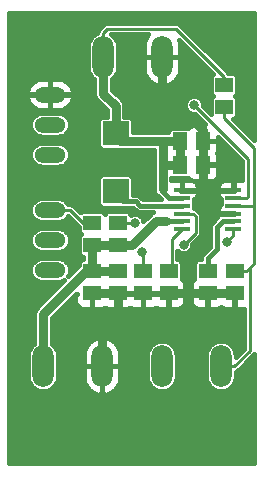
<source format=gtl>
G04 #@! TF.GenerationSoftware,KiCad,Pcbnew,5.1.5*
G04 #@! TF.CreationDate,2020-04-17T15:57:54+02:00*
G04 #@! TF.ProjectId,eco_charger_ltc3105,65636f5f-6368-4617-9267-65725f6c7463,rev?*
G04 #@! TF.SameCoordinates,Original*
G04 #@! TF.FileFunction,Copper,L1,Top*
G04 #@! TF.FilePolarity,Positive*
%FSLAX46Y46*%
G04 Gerber Fmt 4.6, Leading zero omitted, Abs format (unit mm)*
G04 Created by KiCad (PCBNEW 5.1.5) date 2020-04-17 15:57:54*
%MOMM*%
%LPD*%
G04 APERTURE LIST*
%ADD10R,2.200000X2.100000*%
%ADD11O,1.790700X3.581400*%
%ADD12O,2.641600X1.320800*%
%ADD13R,1.300000X1.500000*%
%ADD14R,1.500000X1.300000*%
%ADD15R,1.397000X0.431800*%
%ADD16C,3.104800*%
%ADD17C,0.800000*%
%ADD18C,0.400000*%
%ADD19C,0.800000*%
%ADD20C,0.250000*%
%ADD21C,0.406400*%
G04 APERTURE END LIST*
D10*
X147151100Y-96102000D03*
X147151100Y-101002000D03*
D11*
X146010000Y-115824000D03*
X141010000Y-115824000D03*
X146090000Y-89662000D03*
X151090000Y-89662000D03*
X156074100Y-115824000D03*
X151074100Y-115824000D03*
D12*
X141605000Y-92837000D03*
X141605000Y-97917000D03*
X141605000Y-95377000D03*
X141605000Y-105156000D03*
X141605000Y-107696000D03*
X141605000Y-102616000D03*
D13*
X152626740Y-96758441D03*
X154526740Y-96758441D03*
D14*
X147320000Y-105598000D03*
X147320000Y-103698000D03*
X151638000Y-109662000D03*
X151638000Y-107762000D03*
X149479000Y-107762000D03*
X149479000Y-109662000D03*
X145161000Y-103698000D03*
X145161000Y-105598000D03*
D15*
X152766700Y-104204200D03*
X152766700Y-103543800D03*
X152766700Y-102908800D03*
X152766700Y-102248400D03*
X152766700Y-101613400D03*
X152766700Y-100953000D03*
X157135500Y-100953000D03*
X157135500Y-101613400D03*
X157135500Y-102248400D03*
X157135500Y-102908800D03*
X157135500Y-103543800D03*
X157135500Y-104204200D03*
D13*
X152626100Y-98778600D03*
X154526100Y-98778600D03*
D14*
X154940000Y-107762000D03*
X154940000Y-109662000D03*
X147320000Y-107762000D03*
X147320000Y-109662000D03*
X145161000Y-107762000D03*
X145161000Y-109662000D03*
X157226000Y-107762000D03*
X157226000Y-109662000D03*
X156337000Y-93914000D03*
X156337000Y-92014000D03*
D16*
X139700000Y-122428000D03*
X139827000Y-87630000D03*
X157226000Y-87630000D03*
X157226000Y-122428000D03*
D17*
X149352008Y-106172000D03*
X152908000Y-105537000D03*
X148778000Y-103698000D03*
X156591000Y-105283000D03*
X153796996Y-93726000D03*
D18*
X154952000Y-100953000D02*
X154940000Y-100965000D01*
D19*
X154526740Y-98777960D02*
X154526100Y-98778600D01*
X154526740Y-96758441D02*
X154526740Y-98777960D01*
D18*
X154928000Y-100953000D02*
X154940000Y-100965000D01*
X152766700Y-100953000D02*
X154928000Y-100953000D01*
D19*
X147320000Y-111923300D02*
X147320000Y-109662000D01*
X146010000Y-115824000D02*
X146010000Y-113233300D01*
X146010000Y-113233300D02*
X147320000Y-111923300D01*
X147320000Y-109662000D02*
X145161000Y-109662000D01*
X151638000Y-109662000D02*
X153188000Y-109662000D01*
X153188000Y-109662000D02*
X154940000Y-109662000D01*
X154940000Y-109662000D02*
X157226000Y-109662000D01*
D18*
X154940000Y-100965000D02*
X157123500Y-100965000D01*
X157123500Y-100965000D02*
X157135500Y-100953000D01*
D19*
X153289000Y-109561000D02*
X153188000Y-109662000D01*
X154686000Y-105410000D02*
X153289000Y-106807000D01*
X154526100Y-101059100D02*
X154686000Y-101219000D01*
X154526100Y-98778600D02*
X154526100Y-101059100D01*
X154686000Y-101219000D02*
X154686000Y-105410000D01*
X153289000Y-106807000D02*
X153289000Y-109561000D01*
D20*
X157135500Y-102908800D02*
X155867800Y-102908800D01*
X154686000Y-101727000D02*
X154686000Y-101219000D01*
X155867800Y-102908800D02*
X154686000Y-101727000D01*
D19*
X151090000Y-92428554D02*
X154526740Y-95865294D01*
X151090000Y-89662000D02*
X151090000Y-92428554D01*
X154526740Y-95865294D02*
X154526740Y-96758441D01*
D20*
X146050000Y-90170000D02*
X146050000Y-91186000D01*
D19*
X146090000Y-89662000D02*
X146090000Y-92750000D01*
X147151100Y-93811100D02*
X147151100Y-96353600D01*
X146090000Y-92750000D02*
X147151100Y-93811100D01*
X147555941Y-96758441D02*
X147151100Y-96353600D01*
X152626740Y-98777960D02*
X152626100Y-98778600D01*
X152626740Y-96758441D02*
X152626740Y-98777960D01*
X151145559Y-96758441D02*
X147555941Y-96758441D01*
X152626740Y-96758441D02*
X151145559Y-96758441D01*
X151172840Y-98778600D02*
X152626100Y-98778600D01*
X151137720Y-98813720D02*
X151130000Y-100838000D01*
X151137720Y-98813720D02*
X151172840Y-98778600D01*
X151145559Y-96758441D02*
X151137720Y-98813720D01*
D18*
X151130000Y-101075200D02*
X151130000Y-100838000D01*
X151668200Y-101613400D02*
X151130000Y-101075200D01*
X152766700Y-101613400D02*
X151668200Y-101613400D01*
D20*
X156337000Y-91313000D02*
X156337000Y-92014000D01*
X152273000Y-87249000D02*
X156337000Y-91313000D01*
X146090000Y-89662000D02*
X146090000Y-87621300D01*
X146462300Y-87249000D02*
X152273000Y-87249000D01*
X146090000Y-87621300D02*
X146462300Y-87249000D01*
D18*
X156247178Y-103543800D02*
X157135500Y-103543800D01*
X155702000Y-104088978D02*
X156247178Y-103543800D01*
X155702000Y-105950000D02*
X155702000Y-104088978D01*
X154940000Y-107762000D02*
X154940000Y-106712000D01*
X154940000Y-106712000D02*
X155702000Y-105950000D01*
D19*
X144666678Y-107762000D02*
X145161000Y-107762000D01*
X141010000Y-111418678D02*
X144666678Y-107762000D01*
X141010000Y-115824000D02*
X141010000Y-111418678D01*
D18*
X152766700Y-103543800D02*
X151668200Y-103543800D01*
D19*
X150609444Y-103505000D02*
X151384000Y-103505000D01*
X147320000Y-105598000D02*
X148516444Y-105598000D01*
X148516444Y-105598000D02*
X150609444Y-103505000D01*
X145161000Y-107762000D02*
X147320000Y-107762000D01*
X145161000Y-107762000D02*
X145161000Y-105598000D01*
X145161000Y-105598000D02*
X147320000Y-105598000D01*
D18*
X147751500Y-101854000D02*
X147151100Y-101253600D01*
X148844000Y-101854000D02*
X147751500Y-101854000D01*
X152766700Y-102248400D02*
X149238400Y-102248400D01*
X149238400Y-102248400D02*
X148844000Y-101854000D01*
D20*
X149479000Y-107762000D02*
X149479000Y-106298992D01*
X149479000Y-106298992D02*
X149352008Y-106172000D01*
X143302800Y-102616000D02*
X141732000Y-102616000D01*
X145161000Y-103698000D02*
X144384800Y-103698000D01*
X144384800Y-103698000D02*
X143302800Y-102616000D01*
X158226000Y-107762000D02*
X158496000Y-107492000D01*
X157226000Y-107762000D02*
X158226000Y-107762000D01*
X158496000Y-114547450D02*
X158496000Y-107492000D01*
X157219450Y-115824000D02*
X158496000Y-114547450D01*
X156074100Y-115824000D02*
X157219450Y-115824000D01*
X158496000Y-107492000D02*
X158877000Y-107111000D01*
X158863600Y-102248400D02*
X158877000Y-102235000D01*
X158877000Y-107111000D02*
X158877000Y-102235000D01*
X157135500Y-102248400D02*
X158863600Y-102248400D01*
X158877000Y-102235000D02*
X158877000Y-97989000D01*
X156337000Y-94814000D02*
X158877000Y-97354000D01*
X158877000Y-97354000D02*
X158877000Y-97989000D01*
X156337000Y-93914000D02*
X156337000Y-94814000D01*
X153924000Y-103117600D02*
X153924000Y-104521000D01*
X152766700Y-102908800D02*
X153715200Y-102908800D01*
X153715200Y-102908800D02*
X153924000Y-103117600D01*
X153924000Y-104521000D02*
X152908000Y-105537000D01*
X151892000Y-107508000D02*
X151638000Y-107762000D01*
X152766700Y-104204200D02*
X151892000Y-105078900D01*
X151892000Y-105078900D02*
X151892000Y-107508000D01*
X148778000Y-103698000D02*
X147320000Y-103698000D01*
X157135500Y-104738500D02*
X156591000Y-105283000D01*
X157135500Y-104204200D02*
X157135500Y-104738500D01*
X158369000Y-98298004D02*
X154196995Y-94125999D01*
X154196995Y-94125999D02*
X153796996Y-93726000D01*
X158369000Y-101473000D02*
X158369000Y-98298004D01*
X158228600Y-101613400D02*
X158369000Y-101473000D01*
X157135500Y-101613400D02*
X158228600Y-101613400D01*
D21*
G36*
X158897900Y-96695229D02*
G01*
X157120674Y-94918003D01*
X157156710Y-94914454D01*
X157223740Y-94894121D01*
X157285516Y-94861101D01*
X157339663Y-94816663D01*
X157384101Y-94762516D01*
X157417121Y-94700740D01*
X157437454Y-94633710D01*
X157444320Y-94564000D01*
X157444320Y-93264000D01*
X157437454Y-93194290D01*
X157417121Y-93127260D01*
X157384101Y-93065484D01*
X157339663Y-93011337D01*
X157285516Y-92966899D01*
X157280092Y-92964000D01*
X157285516Y-92961101D01*
X157339663Y-92916663D01*
X157384101Y-92862516D01*
X157417121Y-92800740D01*
X157437454Y-92733710D01*
X157444320Y-92664000D01*
X157444320Y-91364000D01*
X157437454Y-91294290D01*
X157417121Y-91227260D01*
X157384101Y-91165484D01*
X157339663Y-91111337D01*
X157285516Y-91066899D01*
X157223740Y-91033879D01*
X157156710Y-91013546D01*
X157087000Y-91006680D01*
X156707335Y-91006680D01*
X156678480Y-90971520D01*
X156660140Y-90956469D01*
X152629535Y-86925865D01*
X152614480Y-86907520D01*
X152541299Y-86847463D01*
X152457807Y-86802835D01*
X152367214Y-86775354D01*
X152296607Y-86768400D01*
X152296604Y-86768400D01*
X152273000Y-86766075D01*
X152249396Y-86768400D01*
X146485904Y-86768400D01*
X146462300Y-86766075D01*
X146438696Y-86768400D01*
X146438693Y-86768400D01*
X146368086Y-86775354D01*
X146277493Y-86802835D01*
X146194001Y-86847463D01*
X146120820Y-86907520D01*
X146105769Y-86925860D01*
X145766860Y-87264770D01*
X145748521Y-87279820D01*
X145733472Y-87298158D01*
X145688463Y-87353002D01*
X145643836Y-87436492D01*
X145616355Y-87527087D01*
X145608630Y-87605512D01*
X145391648Y-87721491D01*
X145201166Y-87877815D01*
X145044842Y-88068297D01*
X144928683Y-88285616D01*
X144857152Y-88521421D01*
X144839050Y-88705203D01*
X144839050Y-90618796D01*
X144857151Y-90802578D01*
X144928682Y-91038383D01*
X145044841Y-91255702D01*
X145201165Y-91446185D01*
X145334401Y-91555528D01*
X145334401Y-92712881D01*
X145330745Y-92750000D01*
X145334401Y-92787120D01*
X145336852Y-92812000D01*
X145345334Y-92898123D01*
X145388539Y-93040554D01*
X145458703Y-93171820D01*
X145518213Y-93244333D01*
X145553126Y-93286875D01*
X145581956Y-93310535D01*
X146395500Y-94124080D01*
X146395500Y-94694680D01*
X146051100Y-94694680D01*
X145981390Y-94701546D01*
X145914360Y-94721879D01*
X145852584Y-94754899D01*
X145798437Y-94799337D01*
X145753999Y-94853484D01*
X145720979Y-94915260D01*
X145700646Y-94982290D01*
X145693780Y-95052000D01*
X145693780Y-97152000D01*
X145700646Y-97221710D01*
X145720979Y-97288740D01*
X145753999Y-97350516D01*
X145798437Y-97404663D01*
X145852584Y-97449101D01*
X145914360Y-97482121D01*
X145981390Y-97502454D01*
X146051100Y-97509320D01*
X147470888Y-97509320D01*
X147555941Y-97517697D01*
X147593061Y-97514041D01*
X150387072Y-97514041D01*
X150382262Y-98775173D01*
X150378465Y-98813720D01*
X150381979Y-98849401D01*
X150374264Y-100872238D01*
X150384774Y-100983282D01*
X150427437Y-101125877D01*
X150497098Y-101257409D01*
X150591082Y-101372823D01*
X150705776Y-101467684D01*
X150773023Y-101503959D01*
X150961864Y-101692800D01*
X149468537Y-101692800D01*
X149256170Y-101480434D01*
X149238769Y-101459231D01*
X149154168Y-101389800D01*
X149057648Y-101338209D01*
X148952917Y-101306439D01*
X148871293Y-101298400D01*
X148871283Y-101298400D01*
X148844000Y-101295713D01*
X148816717Y-101298400D01*
X148608420Y-101298400D01*
X148608420Y-99952000D01*
X148601554Y-99882290D01*
X148581221Y-99815260D01*
X148548201Y-99753484D01*
X148503763Y-99699337D01*
X148449616Y-99654899D01*
X148387840Y-99621879D01*
X148320810Y-99601546D01*
X148251100Y-99594680D01*
X146051100Y-99594680D01*
X145981390Y-99601546D01*
X145914360Y-99621879D01*
X145852584Y-99654899D01*
X145798437Y-99699337D01*
X145753999Y-99753484D01*
X145720979Y-99815260D01*
X145700646Y-99882290D01*
X145693780Y-99952000D01*
X145693780Y-102052000D01*
X145700646Y-102121710D01*
X145720979Y-102188740D01*
X145753999Y-102250516D01*
X145798437Y-102304663D01*
X145852584Y-102349101D01*
X145914360Y-102382121D01*
X145981390Y-102402454D01*
X146051100Y-102409320D01*
X147721364Y-102409320D01*
X147724207Y-102409600D01*
X147724217Y-102409600D01*
X147751500Y-102412287D01*
X147778783Y-102409600D01*
X148613864Y-102409600D01*
X148826234Y-102621971D01*
X148843631Y-102643169D01*
X148864829Y-102660566D01*
X148864830Y-102660567D01*
X148928231Y-102712600D01*
X148990242Y-102745745D01*
X149024752Y-102764191D01*
X149129483Y-102795961D01*
X149211107Y-102804000D01*
X149211117Y-102804000D01*
X149238400Y-102806687D01*
X149265683Y-102804000D01*
X150318027Y-102804000D01*
X150187624Y-102873702D01*
X150072569Y-102968125D01*
X150048908Y-102996956D01*
X149515132Y-103530733D01*
X149504563Y-103477600D01*
X149447604Y-103340089D01*
X149364913Y-103216333D01*
X149259667Y-103111087D01*
X149135911Y-103028396D01*
X148998400Y-102971437D01*
X148852420Y-102942400D01*
X148703580Y-102942400D01*
X148557600Y-102971437D01*
X148425181Y-103026287D01*
X148420454Y-102978290D01*
X148400121Y-102911260D01*
X148367101Y-102849484D01*
X148322663Y-102795337D01*
X148268516Y-102750899D01*
X148206740Y-102717879D01*
X148139710Y-102697546D01*
X148070000Y-102690680D01*
X146570000Y-102690680D01*
X146500290Y-102697546D01*
X146433260Y-102717879D01*
X146371484Y-102750899D01*
X146317337Y-102795337D01*
X146272899Y-102849484D01*
X146240500Y-102910098D01*
X146208101Y-102849484D01*
X146163663Y-102795337D01*
X146109516Y-102750899D01*
X146047740Y-102717879D01*
X145980710Y-102697546D01*
X145911000Y-102690680D01*
X144411000Y-102690680D01*
X144341290Y-102697546D01*
X144274260Y-102717879D01*
X144212484Y-102750899D01*
X144160243Y-102793773D01*
X143659335Y-102292865D01*
X143644280Y-102274520D01*
X143571099Y-102214463D01*
X143487607Y-102169835D01*
X143397014Y-102142354D01*
X143326407Y-102135400D01*
X143326404Y-102135400D01*
X143302800Y-102133075D01*
X143279196Y-102135400D01*
X143160543Y-102135400D01*
X143114260Y-102048810D01*
X142987296Y-101894104D01*
X142832590Y-101767140D01*
X142656087Y-101672798D01*
X142464571Y-101614702D01*
X142315302Y-101600000D01*
X140894698Y-101600000D01*
X140745429Y-101614702D01*
X140553913Y-101672798D01*
X140377410Y-101767140D01*
X140222704Y-101894104D01*
X140095740Y-102048810D01*
X140001398Y-102225313D01*
X139943302Y-102416829D01*
X139923685Y-102616000D01*
X139943302Y-102815171D01*
X140001398Y-103006687D01*
X140095740Y-103183190D01*
X140222704Y-103337896D01*
X140377410Y-103464860D01*
X140553913Y-103559202D01*
X140745429Y-103617298D01*
X140894698Y-103632000D01*
X142315302Y-103632000D01*
X142464571Y-103617298D01*
X142656087Y-103559202D01*
X142832590Y-103464860D01*
X142987296Y-103337896D01*
X143114260Y-103183190D01*
X143140754Y-103133624D01*
X144028269Y-104021140D01*
X144043320Y-104039480D01*
X144053680Y-104047982D01*
X144053680Y-104348000D01*
X144060546Y-104417710D01*
X144080879Y-104484740D01*
X144113899Y-104546516D01*
X144158337Y-104600663D01*
X144212484Y-104645101D01*
X144217908Y-104648000D01*
X144212484Y-104650899D01*
X144158337Y-104695337D01*
X144113899Y-104749484D01*
X144080879Y-104811260D01*
X144060546Y-104878290D01*
X144053680Y-104948000D01*
X144053680Y-106248000D01*
X144060546Y-106317710D01*
X144080879Y-106384740D01*
X144113899Y-106446516D01*
X144158337Y-106500663D01*
X144212484Y-106545101D01*
X144274260Y-106578121D01*
X144341290Y-106598454D01*
X144405401Y-106604768D01*
X144405400Y-106755232D01*
X144341290Y-106761546D01*
X144274260Y-106781879D01*
X144212484Y-106814899D01*
X144158337Y-106859337D01*
X144113899Y-106913484D01*
X144080879Y-106975260D01*
X144060546Y-107042290D01*
X144053680Y-107112000D01*
X144053680Y-107306419D01*
X143134183Y-108225916D01*
X143208602Y-108086687D01*
X143266698Y-107895171D01*
X143286315Y-107696000D01*
X143266698Y-107496829D01*
X143208602Y-107305313D01*
X143114260Y-107128810D01*
X142987296Y-106974104D01*
X142832590Y-106847140D01*
X142656087Y-106752798D01*
X142464571Y-106694702D01*
X142315302Y-106680000D01*
X140894698Y-106680000D01*
X140745429Y-106694702D01*
X140553913Y-106752798D01*
X140377410Y-106847140D01*
X140222704Y-106974104D01*
X140095740Y-107128810D01*
X140001398Y-107305313D01*
X139943302Y-107496829D01*
X139923685Y-107696000D01*
X139943302Y-107895171D01*
X140001398Y-108086687D01*
X140095740Y-108263190D01*
X140222704Y-108417896D01*
X140377410Y-108544860D01*
X140553913Y-108639202D01*
X140745429Y-108697298D01*
X140894698Y-108712000D01*
X142315302Y-108712000D01*
X142464571Y-108697298D01*
X142656087Y-108639202D01*
X142795316Y-108564783D01*
X140501957Y-110858142D01*
X140473126Y-110881803D01*
X140449465Y-110910634D01*
X140449463Y-110910636D01*
X140378703Y-110996858D01*
X140308539Y-111128124D01*
X140265334Y-111270555D01*
X140250745Y-111418678D01*
X140254401Y-111455797D01*
X140254400Y-113930472D01*
X140121165Y-114039815D01*
X139964841Y-114230298D01*
X139848682Y-114447617D01*
X139777151Y-114683422D01*
X139759050Y-114867204D01*
X139759050Y-116780797D01*
X139777152Y-116964579D01*
X139848683Y-117200384D01*
X139964842Y-117417703D01*
X140121166Y-117608185D01*
X140311648Y-117764509D01*
X140528967Y-117880668D01*
X140764772Y-117952199D01*
X141010000Y-117976352D01*
X141255229Y-117952199D01*
X141491034Y-117880668D01*
X141708353Y-117764509D01*
X141898835Y-117608185D01*
X142055159Y-117417703D01*
X142171318Y-117200384D01*
X142242849Y-116964579D01*
X142260950Y-116780797D01*
X142260950Y-115849000D01*
X144455050Y-115849000D01*
X144455050Y-116744350D01*
X144489805Y-117047225D01*
X144582980Y-117337500D01*
X144730995Y-117604020D01*
X144928161Y-117836543D01*
X145166902Y-118026133D01*
X145438043Y-118165504D01*
X145731164Y-118249300D01*
X145742091Y-118251047D01*
X145985000Y-118109175D01*
X145985000Y-115849000D01*
X146035000Y-115849000D01*
X146035000Y-118109175D01*
X146277909Y-118251047D01*
X146288836Y-118249300D01*
X146581957Y-118165504D01*
X146853098Y-118026133D01*
X147091839Y-117836543D01*
X147289005Y-117604020D01*
X147437020Y-117337500D01*
X147530195Y-117047225D01*
X147564950Y-116744350D01*
X147564950Y-115849000D01*
X146035000Y-115849000D01*
X145985000Y-115849000D01*
X144455050Y-115849000D01*
X142260950Y-115849000D01*
X142260950Y-114903650D01*
X144455050Y-114903650D01*
X144455050Y-115799000D01*
X145985000Y-115799000D01*
X145985000Y-113538825D01*
X146035000Y-113538825D01*
X146035000Y-115799000D01*
X147564950Y-115799000D01*
X147564950Y-114903650D01*
X147560768Y-114867204D01*
X149823150Y-114867204D01*
X149823150Y-116780797D01*
X149841252Y-116964579D01*
X149912783Y-117200384D01*
X150028942Y-117417703D01*
X150185266Y-117608185D01*
X150375748Y-117764509D01*
X150593067Y-117880668D01*
X150828872Y-117952199D01*
X151074100Y-117976352D01*
X151319329Y-117952199D01*
X151555134Y-117880668D01*
X151772453Y-117764509D01*
X151962935Y-117608185D01*
X152119259Y-117417703D01*
X152235418Y-117200384D01*
X152306949Y-116964579D01*
X152325050Y-116780797D01*
X152325050Y-114867203D01*
X152306949Y-114683421D01*
X152235418Y-114447616D01*
X152119259Y-114230297D01*
X151962935Y-114039815D01*
X151772452Y-113883491D01*
X151555133Y-113767332D01*
X151319328Y-113695801D01*
X151074100Y-113671648D01*
X150828871Y-113695801D01*
X150593066Y-113767332D01*
X150375747Y-113883491D01*
X150185265Y-114039815D01*
X150028941Y-114230298D01*
X149912782Y-114447617D01*
X149841251Y-114683422D01*
X149823150Y-114867204D01*
X147560768Y-114867204D01*
X147530195Y-114600775D01*
X147437020Y-114310500D01*
X147289005Y-114043980D01*
X147091839Y-113811457D01*
X146853098Y-113621867D01*
X146581957Y-113482496D01*
X146288836Y-113398700D01*
X146277909Y-113396953D01*
X146035000Y-113538825D01*
X145985000Y-113538825D01*
X145742091Y-113396953D01*
X145731164Y-113398700D01*
X145438043Y-113482496D01*
X145166902Y-113621867D01*
X144928161Y-113811457D01*
X144730995Y-114043980D01*
X144582980Y-114310500D01*
X144489805Y-114600775D01*
X144455050Y-114903650D01*
X142260950Y-114903650D01*
X142260950Y-114867203D01*
X142242849Y-114683421D01*
X142171318Y-114447616D01*
X142055159Y-114230297D01*
X141898835Y-114039815D01*
X141765600Y-113930473D01*
X141765600Y-111731657D01*
X143810256Y-109687002D01*
X143916298Y-109687002D01*
X143751400Y-109851900D01*
X143748208Y-110312000D01*
X143760943Y-110441304D01*
X143798660Y-110565640D01*
X143859909Y-110680228D01*
X143942335Y-110780665D01*
X144042772Y-110863091D01*
X144157360Y-110924340D01*
X144281696Y-110962057D01*
X144411000Y-110974792D01*
X144971100Y-110971600D01*
X145136000Y-110806700D01*
X145136000Y-109687000D01*
X145186000Y-109687000D01*
X145186000Y-110806700D01*
X145350900Y-110971600D01*
X145911000Y-110974792D01*
X146040304Y-110962057D01*
X146164640Y-110924340D01*
X146240500Y-110883792D01*
X146316360Y-110924340D01*
X146440696Y-110962057D01*
X146570000Y-110974792D01*
X147130100Y-110971600D01*
X147295000Y-110806700D01*
X147295000Y-109687000D01*
X147345000Y-109687000D01*
X147345000Y-110806700D01*
X147509900Y-110971600D01*
X148070000Y-110974792D01*
X148199304Y-110962057D01*
X148323640Y-110924340D01*
X148399500Y-110883792D01*
X148475360Y-110924340D01*
X148599696Y-110962057D01*
X148729000Y-110974792D01*
X149289100Y-110971600D01*
X149454000Y-110806700D01*
X149454000Y-109687000D01*
X149504000Y-109687000D01*
X149504000Y-110806700D01*
X149668900Y-110971600D01*
X150229000Y-110974792D01*
X150358304Y-110962057D01*
X150482640Y-110924340D01*
X150558500Y-110883792D01*
X150634360Y-110924340D01*
X150758696Y-110962057D01*
X150888000Y-110974792D01*
X151448100Y-110971600D01*
X151613000Y-110806700D01*
X151613000Y-109687000D01*
X151663000Y-109687000D01*
X151663000Y-110806700D01*
X151827900Y-110971600D01*
X152388000Y-110974792D01*
X152517304Y-110962057D01*
X152641640Y-110924340D01*
X152756228Y-110863091D01*
X152856665Y-110780665D01*
X152939091Y-110680228D01*
X153000340Y-110565640D01*
X153038057Y-110441304D01*
X153050792Y-110312000D01*
X153527208Y-110312000D01*
X153539943Y-110441304D01*
X153577660Y-110565640D01*
X153638909Y-110680228D01*
X153721335Y-110780665D01*
X153821772Y-110863091D01*
X153936360Y-110924340D01*
X154060696Y-110962057D01*
X154190000Y-110974792D01*
X154750100Y-110971600D01*
X154915000Y-110806700D01*
X154915000Y-109687000D01*
X154965000Y-109687000D01*
X154965000Y-110806700D01*
X155129900Y-110971600D01*
X155690000Y-110974792D01*
X155819304Y-110962057D01*
X155943640Y-110924340D01*
X156058228Y-110863091D01*
X156083000Y-110842761D01*
X156107772Y-110863091D01*
X156222360Y-110924340D01*
X156346696Y-110962057D01*
X156476000Y-110974792D01*
X157036100Y-110971600D01*
X157201000Y-110806700D01*
X157201000Y-109687000D01*
X154965000Y-109687000D01*
X154915000Y-109687000D01*
X153695300Y-109687000D01*
X153530400Y-109851900D01*
X153527208Y-110312000D01*
X153050792Y-110312000D01*
X153047600Y-109851900D01*
X152882700Y-109687000D01*
X151663000Y-109687000D01*
X151613000Y-109687000D01*
X149504000Y-109687000D01*
X149454000Y-109687000D01*
X147345000Y-109687000D01*
X147295000Y-109687000D01*
X145186000Y-109687000D01*
X145136000Y-109687000D01*
X145116000Y-109687000D01*
X145116000Y-109637000D01*
X145136000Y-109637000D01*
X145136000Y-109617000D01*
X145186000Y-109617000D01*
X145186000Y-109637000D01*
X147295000Y-109637000D01*
X147295000Y-109617000D01*
X147345000Y-109617000D01*
X147345000Y-109637000D01*
X149454000Y-109637000D01*
X149454000Y-109617000D01*
X149504000Y-109617000D01*
X149504000Y-109637000D01*
X151613000Y-109637000D01*
X151613000Y-109617000D01*
X151663000Y-109617000D01*
X151663000Y-109637000D01*
X152882700Y-109637000D01*
X153047600Y-109472100D01*
X153050792Y-109012000D01*
X153038057Y-108882696D01*
X153000340Y-108758360D01*
X152939091Y-108643772D01*
X152856665Y-108543335D01*
X152756228Y-108460909D01*
X152741289Y-108452924D01*
X152745320Y-108412000D01*
X152745320Y-107112000D01*
X152738454Y-107042290D01*
X152718121Y-106975260D01*
X152685101Y-106913484D01*
X152640663Y-106859337D01*
X152586516Y-106814899D01*
X152524740Y-106781879D01*
X152457710Y-106761546D01*
X152388000Y-106754680D01*
X152372600Y-106754680D01*
X152372600Y-106070180D01*
X152426333Y-106123913D01*
X152550089Y-106206604D01*
X152687600Y-106263563D01*
X152833580Y-106292600D01*
X152982420Y-106292600D01*
X153128400Y-106263563D01*
X153265911Y-106206604D01*
X153389667Y-106123913D01*
X153494913Y-106018667D01*
X153577604Y-105894911D01*
X153634563Y-105757400D01*
X153663600Y-105611420D01*
X153663600Y-105462580D01*
X153663350Y-105461321D01*
X154247140Y-104877531D01*
X154265480Y-104862480D01*
X154325537Y-104789299D01*
X154370165Y-104705807D01*
X154397646Y-104615214D01*
X154404600Y-104544607D01*
X154404600Y-104544604D01*
X154406925Y-104521000D01*
X154404600Y-104497396D01*
X154404600Y-103141204D01*
X154406925Y-103117600D01*
X154403535Y-103083180D01*
X154397646Y-103023386D01*
X154370165Y-102932793D01*
X154325537Y-102849301D01*
X154265480Y-102776120D01*
X154247135Y-102761065D01*
X154071735Y-102585665D01*
X154056680Y-102567320D01*
X153983499Y-102507263D01*
X153900007Y-102462635D01*
X153822520Y-102439130D01*
X153822520Y-102032500D01*
X153815654Y-101962790D01*
X153805980Y-101930900D01*
X153815654Y-101899010D01*
X153822520Y-101829300D01*
X153822520Y-101725821D01*
X153833428Y-101719991D01*
X153933865Y-101637565D01*
X154016291Y-101537128D01*
X154077540Y-101422540D01*
X154115257Y-101298204D01*
X154127992Y-101168900D01*
X154124800Y-101130600D01*
X153959900Y-100965700D01*
X152791700Y-100965700D01*
X152791700Y-100998000D01*
X152741700Y-100998000D01*
X152741700Y-100965700D01*
X152721700Y-100965700D01*
X152721700Y-100940300D01*
X152741700Y-100940300D01*
X152741700Y-100242400D01*
X152576800Y-100077500D01*
X152068200Y-100074308D01*
X151938896Y-100087043D01*
X151888410Y-100102358D01*
X151889282Y-99873864D01*
X151906390Y-99879054D01*
X151976100Y-99885920D01*
X153276100Y-99885920D01*
X153317024Y-99881889D01*
X153325009Y-99896828D01*
X153407435Y-99997265D01*
X153506238Y-100078350D01*
X153465200Y-100074308D01*
X152956600Y-100077500D01*
X152791700Y-100242400D01*
X152791700Y-100940300D01*
X153959900Y-100940300D01*
X154124800Y-100775400D01*
X154127992Y-100737100D01*
X155774208Y-100737100D01*
X155777400Y-100775400D01*
X155942300Y-100940300D01*
X157110500Y-100940300D01*
X157110500Y-100242400D01*
X156945600Y-100077500D01*
X156437000Y-100074308D01*
X156307696Y-100087043D01*
X156183360Y-100124760D01*
X156068772Y-100186009D01*
X155968335Y-100268435D01*
X155885909Y-100368872D01*
X155824660Y-100483460D01*
X155786943Y-100607796D01*
X155774208Y-100737100D01*
X154127992Y-100737100D01*
X154115257Y-100607796D01*
X154077540Y-100483460D01*
X154016291Y-100368872D01*
X153933865Y-100268435D01*
X153835062Y-100187350D01*
X153876100Y-100191392D01*
X154336200Y-100188200D01*
X154501100Y-100023300D01*
X154501100Y-98803600D01*
X154551100Y-98803600D01*
X154551100Y-100023300D01*
X154716000Y-100188200D01*
X155176100Y-100191392D01*
X155305404Y-100178657D01*
X155429740Y-100140940D01*
X155544328Y-100079691D01*
X155644765Y-99997265D01*
X155727191Y-99896828D01*
X155788440Y-99782240D01*
X155826157Y-99657904D01*
X155838892Y-99528600D01*
X155835700Y-98968500D01*
X155670800Y-98803600D01*
X154551100Y-98803600D01*
X154501100Y-98803600D01*
X154481100Y-98803600D01*
X154481100Y-98753600D01*
X154501100Y-98753600D01*
X154501100Y-98003781D01*
X154501740Y-98003141D01*
X154501740Y-97533900D01*
X154551100Y-97533900D01*
X154551100Y-98753600D01*
X155670800Y-98753600D01*
X155835700Y-98588700D01*
X155838892Y-98028600D01*
X155826157Y-97899296D01*
X155788440Y-97774960D01*
X155785318Y-97769119D01*
X155789080Y-97762081D01*
X155826797Y-97637745D01*
X155839532Y-97508441D01*
X155836340Y-96948341D01*
X155671440Y-96783441D01*
X154551740Y-96783441D01*
X154551740Y-97533260D01*
X154551100Y-97533900D01*
X154501740Y-97533900D01*
X154501740Y-96783441D01*
X154481740Y-96783441D01*
X154481740Y-96733441D01*
X154501740Y-96733441D01*
X154501740Y-95513741D01*
X154336840Y-95348841D01*
X153876740Y-95345649D01*
X153747436Y-95358384D01*
X153623100Y-95396101D01*
X153508512Y-95457350D01*
X153408075Y-95539776D01*
X153325649Y-95640213D01*
X153317664Y-95655152D01*
X153276740Y-95651121D01*
X151976740Y-95651121D01*
X151907030Y-95657987D01*
X151840000Y-95678320D01*
X151778224Y-95711340D01*
X151724077Y-95755778D01*
X151679639Y-95809925D01*
X151646619Y-95871701D01*
X151626286Y-95938731D01*
X151619972Y-96002841D01*
X151184117Y-96002841D01*
X151148454Y-95999191D01*
X151109889Y-96002841D01*
X148608420Y-96002841D01*
X148608420Y-95052000D01*
X148601554Y-94982290D01*
X148581221Y-94915260D01*
X148548201Y-94853484D01*
X148503763Y-94799337D01*
X148449616Y-94754899D01*
X148387840Y-94721879D01*
X148320810Y-94701546D01*
X148251100Y-94694680D01*
X147906700Y-94694680D01*
X147906700Y-93848209D01*
X147910355Y-93811099D01*
X147906700Y-93773990D01*
X147906700Y-93773980D01*
X147895767Y-93662977D01*
X147852561Y-93520545D01*
X147782398Y-93389280D01*
X147687975Y-93274225D01*
X147659145Y-93250565D01*
X146845600Y-92437021D01*
X146845600Y-91555527D01*
X146978835Y-91446185D01*
X147135159Y-91255703D01*
X147251318Y-91038384D01*
X147322849Y-90802579D01*
X147340950Y-90618797D01*
X147340950Y-89687000D01*
X149535050Y-89687000D01*
X149535050Y-90582350D01*
X149569805Y-90885225D01*
X149662980Y-91175500D01*
X149810995Y-91442020D01*
X150008161Y-91674543D01*
X150246902Y-91864133D01*
X150518043Y-92003504D01*
X150811164Y-92087300D01*
X150822091Y-92089047D01*
X151065000Y-91947175D01*
X151065000Y-89687000D01*
X151115000Y-89687000D01*
X151115000Y-91947175D01*
X151357909Y-92089047D01*
X151368836Y-92087300D01*
X151661957Y-92003504D01*
X151933098Y-91864133D01*
X152171839Y-91674543D01*
X152369005Y-91442020D01*
X152517020Y-91175500D01*
X152610195Y-90885225D01*
X152644950Y-90582350D01*
X152644950Y-89687000D01*
X151115000Y-89687000D01*
X151065000Y-89687000D01*
X149535050Y-89687000D01*
X147340950Y-89687000D01*
X147340950Y-88705203D01*
X147322849Y-88521421D01*
X147251318Y-88285616D01*
X147135159Y-88068297D01*
X146978835Y-87877815D01*
X146798234Y-87729600D01*
X149940204Y-87729600D01*
X149810995Y-87881980D01*
X149662980Y-88148500D01*
X149569805Y-88438775D01*
X149535050Y-88741650D01*
X149535050Y-89637000D01*
X151065000Y-89637000D01*
X151065000Y-89617000D01*
X151115000Y-89617000D01*
X151115000Y-89637000D01*
X152644950Y-89637000D01*
X152644950Y-88741650D01*
X152610195Y-88438775D01*
X152528455Y-88184126D01*
X155403306Y-91058977D01*
X155388484Y-91066899D01*
X155334337Y-91111337D01*
X155289899Y-91165484D01*
X155256879Y-91227260D01*
X155236546Y-91294290D01*
X155229680Y-91364000D01*
X155229680Y-92664000D01*
X155236546Y-92733710D01*
X155256879Y-92800740D01*
X155289899Y-92862516D01*
X155334337Y-92916663D01*
X155388484Y-92961101D01*
X155393908Y-92964000D01*
X155388484Y-92966899D01*
X155334337Y-93011337D01*
X155289899Y-93065484D01*
X155256879Y-93127260D01*
X155236546Y-93194290D01*
X155229680Y-93264000D01*
X155229680Y-94479014D01*
X154553528Y-93802862D01*
X154553523Y-93802856D01*
X154552346Y-93801679D01*
X154552596Y-93800420D01*
X154552596Y-93651580D01*
X154523559Y-93505600D01*
X154466600Y-93368089D01*
X154383909Y-93244333D01*
X154278663Y-93139087D01*
X154154907Y-93056396D01*
X154017396Y-92999437D01*
X153871416Y-92970400D01*
X153722576Y-92970400D01*
X153576596Y-92999437D01*
X153439085Y-93056396D01*
X153315329Y-93139087D01*
X153210083Y-93244333D01*
X153127392Y-93368089D01*
X153070433Y-93505600D01*
X153041396Y-93651580D01*
X153041396Y-93800420D01*
X153070433Y-93946400D01*
X153127392Y-94083911D01*
X153210083Y-94207667D01*
X153315329Y-94312913D01*
X153439085Y-94395604D01*
X153576596Y-94452563D01*
X153722576Y-94481600D01*
X153871416Y-94481600D01*
X153872675Y-94481350D01*
X153873852Y-94482527D01*
X153873858Y-94482532D01*
X154740005Y-95348679D01*
X154716640Y-95348841D01*
X154551740Y-95513741D01*
X154551740Y-96733441D01*
X155671440Y-96733441D01*
X155836340Y-96568541D01*
X155837040Y-96445714D01*
X157888401Y-98497076D01*
X157888400Y-100079666D01*
X157834000Y-100074308D01*
X157325400Y-100077500D01*
X157160500Y-100242400D01*
X157160500Y-100940300D01*
X157180500Y-100940300D01*
X157180500Y-100965700D01*
X157160500Y-100965700D01*
X157160500Y-100998000D01*
X157110500Y-100998000D01*
X157110500Y-100965700D01*
X155942300Y-100965700D01*
X155777400Y-101130600D01*
X155774208Y-101168900D01*
X155786943Y-101298204D01*
X155824660Y-101422540D01*
X155885909Y-101537128D01*
X155968335Y-101637565D01*
X156068772Y-101719991D01*
X156079680Y-101725821D01*
X156079680Y-101829300D01*
X156086546Y-101899010D01*
X156096220Y-101930900D01*
X156086546Y-101962790D01*
X156079680Y-102032500D01*
X156079680Y-102135979D01*
X156068772Y-102141809D01*
X155968335Y-102224235D01*
X155885909Y-102324672D01*
X155824660Y-102439260D01*
X155786943Y-102563596D01*
X155774208Y-102692900D01*
X155777400Y-102731200D01*
X155942300Y-102896100D01*
X157110500Y-102896100D01*
X157110500Y-102863800D01*
X157160500Y-102863800D01*
X157160500Y-102896100D01*
X157180500Y-102896100D01*
X157180500Y-102921500D01*
X157160500Y-102921500D01*
X157160500Y-102953800D01*
X157110500Y-102953800D01*
X157110500Y-102921500D01*
X155942300Y-102921500D01*
X155777400Y-103086400D01*
X155774208Y-103124700D01*
X155783742Y-103221499D01*
X155328429Y-103676813D01*
X155307232Y-103694209D01*
X155289835Y-103715407D01*
X155289833Y-103715409D01*
X155237800Y-103778810D01*
X155186209Y-103875331D01*
X155154440Y-103980061D01*
X155143713Y-104088978D01*
X155146401Y-104116270D01*
X155146400Y-105719863D01*
X154566429Y-106299835D01*
X154545232Y-106317231D01*
X154527835Y-106338429D01*
X154527833Y-106338431D01*
X154475800Y-106401832D01*
X154424209Y-106498353D01*
X154392440Y-106603083D01*
X154381713Y-106712000D01*
X154384401Y-106739292D01*
X154384401Y-106754680D01*
X154190000Y-106754680D01*
X154120290Y-106761546D01*
X154053260Y-106781879D01*
X153991484Y-106814899D01*
X153937337Y-106859337D01*
X153892899Y-106913484D01*
X153859879Y-106975260D01*
X153839546Y-107042290D01*
X153832680Y-107112000D01*
X153832680Y-108412000D01*
X153836711Y-108452924D01*
X153821772Y-108460909D01*
X153721335Y-108543335D01*
X153638909Y-108643772D01*
X153577660Y-108758360D01*
X153539943Y-108882696D01*
X153527208Y-109012000D01*
X153530400Y-109472100D01*
X153695300Y-109637000D01*
X154915000Y-109637000D01*
X154915000Y-109617000D01*
X154965000Y-109617000D01*
X154965000Y-109637000D01*
X157201000Y-109637000D01*
X157201000Y-109617000D01*
X157251000Y-109617000D01*
X157251000Y-109637000D01*
X157271000Y-109637000D01*
X157271000Y-109687000D01*
X157251000Y-109687000D01*
X157251000Y-110806700D01*
X157415900Y-110971600D01*
X157976000Y-110974792D01*
X158015401Y-110970911D01*
X158015400Y-114348379D01*
X157325050Y-115038730D01*
X157325050Y-114867203D01*
X157306949Y-114683421D01*
X157235418Y-114447616D01*
X157119259Y-114230297D01*
X156962935Y-114039815D01*
X156772452Y-113883491D01*
X156555133Y-113767332D01*
X156319328Y-113695801D01*
X156074100Y-113671648D01*
X155828871Y-113695801D01*
X155593066Y-113767332D01*
X155375747Y-113883491D01*
X155185265Y-114039815D01*
X155028941Y-114230298D01*
X154912782Y-114447617D01*
X154841251Y-114683422D01*
X154823150Y-114867204D01*
X154823150Y-116780797D01*
X154841252Y-116964579D01*
X154912783Y-117200384D01*
X155028942Y-117417703D01*
X155185266Y-117608185D01*
X155375748Y-117764509D01*
X155593067Y-117880668D01*
X155828872Y-117952199D01*
X156074100Y-117976352D01*
X156319329Y-117952199D01*
X156555134Y-117880668D01*
X156772453Y-117764509D01*
X156962935Y-117608185D01*
X157119259Y-117417703D01*
X157235418Y-117200384D01*
X157306949Y-116964579D01*
X157325050Y-116780797D01*
X157325050Y-116294192D01*
X157404257Y-116270165D01*
X157487749Y-116225537D01*
X157560930Y-116165480D01*
X157575985Y-116147135D01*
X158819140Y-114903981D01*
X158837480Y-114888930D01*
X158873119Y-114845503D01*
X158897537Y-114815750D01*
X158897900Y-114815071D01*
X158897900Y-124050400D01*
X138104300Y-124050400D01*
X138104300Y-105156000D01*
X139923685Y-105156000D01*
X139943302Y-105355171D01*
X140001398Y-105546687D01*
X140095740Y-105723190D01*
X140222704Y-105877896D01*
X140377410Y-106004860D01*
X140553913Y-106099202D01*
X140745429Y-106157298D01*
X140894698Y-106172000D01*
X142315302Y-106172000D01*
X142464571Y-106157298D01*
X142656087Y-106099202D01*
X142832590Y-106004860D01*
X142987296Y-105877896D01*
X143114260Y-105723190D01*
X143208602Y-105546687D01*
X143266698Y-105355171D01*
X143286315Y-105156000D01*
X143266698Y-104956829D01*
X143208602Y-104765313D01*
X143114260Y-104588810D01*
X142987296Y-104434104D01*
X142832590Y-104307140D01*
X142656087Y-104212798D01*
X142464571Y-104154702D01*
X142315302Y-104140000D01*
X140894698Y-104140000D01*
X140745429Y-104154702D01*
X140553913Y-104212798D01*
X140377410Y-104307140D01*
X140222704Y-104434104D01*
X140095740Y-104588810D01*
X140001398Y-104765313D01*
X139943302Y-104956829D01*
X139923685Y-105156000D01*
X138104300Y-105156000D01*
X138104300Y-97917000D01*
X139923685Y-97917000D01*
X139943302Y-98116171D01*
X140001398Y-98307687D01*
X140095740Y-98484190D01*
X140222704Y-98638896D01*
X140377410Y-98765860D01*
X140553913Y-98860202D01*
X140745429Y-98918298D01*
X140894698Y-98933000D01*
X142315302Y-98933000D01*
X142464571Y-98918298D01*
X142656087Y-98860202D01*
X142832590Y-98765860D01*
X142987296Y-98638896D01*
X143114260Y-98484190D01*
X143208602Y-98307687D01*
X143266698Y-98116171D01*
X143286315Y-97917000D01*
X143266698Y-97717829D01*
X143208602Y-97526313D01*
X143114260Y-97349810D01*
X142987296Y-97195104D01*
X142832590Y-97068140D01*
X142656087Y-96973798D01*
X142464571Y-96915702D01*
X142315302Y-96901000D01*
X140894698Y-96901000D01*
X140745429Y-96915702D01*
X140553913Y-96973798D01*
X140377410Y-97068140D01*
X140222704Y-97195104D01*
X140095740Y-97349810D01*
X140001398Y-97526313D01*
X139943302Y-97717829D01*
X139923685Y-97917000D01*
X138104300Y-97917000D01*
X138104300Y-95377000D01*
X139923685Y-95377000D01*
X139943302Y-95576171D01*
X140001398Y-95767687D01*
X140095740Y-95944190D01*
X140222704Y-96098896D01*
X140377410Y-96225860D01*
X140553913Y-96320202D01*
X140745429Y-96378298D01*
X140894698Y-96393000D01*
X142315302Y-96393000D01*
X142464571Y-96378298D01*
X142656087Y-96320202D01*
X142832590Y-96225860D01*
X142987296Y-96098896D01*
X143114260Y-95944190D01*
X143208602Y-95767687D01*
X143266698Y-95576171D01*
X143286315Y-95377000D01*
X143266698Y-95177829D01*
X143208602Y-94986313D01*
X143114260Y-94809810D01*
X142987296Y-94655104D01*
X142832590Y-94528140D01*
X142656087Y-94433798D01*
X142464571Y-94375702D01*
X142315302Y-94361000D01*
X140894698Y-94361000D01*
X140745429Y-94375702D01*
X140553913Y-94433798D01*
X140377410Y-94528140D01*
X140222704Y-94655104D01*
X140095740Y-94809810D01*
X140001398Y-94986313D01*
X139943302Y-95177829D01*
X139923685Y-95377000D01*
X138104300Y-95377000D01*
X138104300Y-93068149D01*
X139644996Y-93068149D01*
X139645086Y-93070000D01*
X139715512Y-93319046D01*
X139833171Y-93549567D01*
X139993542Y-93752704D01*
X140190461Y-93920651D01*
X140416361Y-94046954D01*
X140662561Y-94126759D01*
X140919600Y-94157000D01*
X141580000Y-94157000D01*
X141580000Y-92862000D01*
X141630000Y-92862000D01*
X141630000Y-94157000D01*
X142290400Y-94157000D01*
X142547439Y-94126759D01*
X142793639Y-94046954D01*
X143019539Y-93920651D01*
X143216458Y-93752704D01*
X143376829Y-93549567D01*
X143494488Y-93319046D01*
X143564914Y-93070000D01*
X143565004Y-93068149D01*
X143420229Y-92862000D01*
X141630000Y-92862000D01*
X141580000Y-92862000D01*
X139789771Y-92862000D01*
X139644996Y-93068149D01*
X138104300Y-93068149D01*
X138104300Y-92605851D01*
X139644996Y-92605851D01*
X139789771Y-92812000D01*
X141580000Y-92812000D01*
X141580000Y-91517000D01*
X141630000Y-91517000D01*
X141630000Y-92812000D01*
X143420229Y-92812000D01*
X143565004Y-92605851D01*
X143564914Y-92604000D01*
X143494488Y-92354954D01*
X143376829Y-92124433D01*
X143216458Y-91921296D01*
X143019539Y-91753349D01*
X142793639Y-91627046D01*
X142547439Y-91547241D01*
X142290400Y-91517000D01*
X141630000Y-91517000D01*
X141580000Y-91517000D01*
X140919600Y-91517000D01*
X140662561Y-91547241D01*
X140416361Y-91627046D01*
X140190461Y-91753349D01*
X139993542Y-91921296D01*
X139833171Y-92124433D01*
X139715512Y-92354954D01*
X139645086Y-92604000D01*
X139644996Y-92605851D01*
X138104300Y-92605851D01*
X138104300Y-85956800D01*
X158897900Y-85956800D01*
X158897900Y-96695229D01*
G37*
X158897900Y-96695229D02*
X157120674Y-94918003D01*
X157156710Y-94914454D01*
X157223740Y-94894121D01*
X157285516Y-94861101D01*
X157339663Y-94816663D01*
X157384101Y-94762516D01*
X157417121Y-94700740D01*
X157437454Y-94633710D01*
X157444320Y-94564000D01*
X157444320Y-93264000D01*
X157437454Y-93194290D01*
X157417121Y-93127260D01*
X157384101Y-93065484D01*
X157339663Y-93011337D01*
X157285516Y-92966899D01*
X157280092Y-92964000D01*
X157285516Y-92961101D01*
X157339663Y-92916663D01*
X157384101Y-92862516D01*
X157417121Y-92800740D01*
X157437454Y-92733710D01*
X157444320Y-92664000D01*
X157444320Y-91364000D01*
X157437454Y-91294290D01*
X157417121Y-91227260D01*
X157384101Y-91165484D01*
X157339663Y-91111337D01*
X157285516Y-91066899D01*
X157223740Y-91033879D01*
X157156710Y-91013546D01*
X157087000Y-91006680D01*
X156707335Y-91006680D01*
X156678480Y-90971520D01*
X156660140Y-90956469D01*
X152629535Y-86925865D01*
X152614480Y-86907520D01*
X152541299Y-86847463D01*
X152457807Y-86802835D01*
X152367214Y-86775354D01*
X152296607Y-86768400D01*
X152296604Y-86768400D01*
X152273000Y-86766075D01*
X152249396Y-86768400D01*
X146485904Y-86768400D01*
X146462300Y-86766075D01*
X146438696Y-86768400D01*
X146438693Y-86768400D01*
X146368086Y-86775354D01*
X146277493Y-86802835D01*
X146194001Y-86847463D01*
X146120820Y-86907520D01*
X146105769Y-86925860D01*
X145766860Y-87264770D01*
X145748521Y-87279820D01*
X145733472Y-87298158D01*
X145688463Y-87353002D01*
X145643836Y-87436492D01*
X145616355Y-87527087D01*
X145608630Y-87605512D01*
X145391648Y-87721491D01*
X145201166Y-87877815D01*
X145044842Y-88068297D01*
X144928683Y-88285616D01*
X144857152Y-88521421D01*
X144839050Y-88705203D01*
X144839050Y-90618796D01*
X144857151Y-90802578D01*
X144928682Y-91038383D01*
X145044841Y-91255702D01*
X145201165Y-91446185D01*
X145334401Y-91555528D01*
X145334401Y-92712881D01*
X145330745Y-92750000D01*
X145334401Y-92787120D01*
X145336852Y-92812000D01*
X145345334Y-92898123D01*
X145388539Y-93040554D01*
X145458703Y-93171820D01*
X145518213Y-93244333D01*
X145553126Y-93286875D01*
X145581956Y-93310535D01*
X146395500Y-94124080D01*
X146395500Y-94694680D01*
X146051100Y-94694680D01*
X145981390Y-94701546D01*
X145914360Y-94721879D01*
X145852584Y-94754899D01*
X145798437Y-94799337D01*
X145753999Y-94853484D01*
X145720979Y-94915260D01*
X145700646Y-94982290D01*
X145693780Y-95052000D01*
X145693780Y-97152000D01*
X145700646Y-97221710D01*
X145720979Y-97288740D01*
X145753999Y-97350516D01*
X145798437Y-97404663D01*
X145852584Y-97449101D01*
X145914360Y-97482121D01*
X145981390Y-97502454D01*
X146051100Y-97509320D01*
X147470888Y-97509320D01*
X147555941Y-97517697D01*
X147593061Y-97514041D01*
X150387072Y-97514041D01*
X150382262Y-98775173D01*
X150378465Y-98813720D01*
X150381979Y-98849401D01*
X150374264Y-100872238D01*
X150384774Y-100983282D01*
X150427437Y-101125877D01*
X150497098Y-101257409D01*
X150591082Y-101372823D01*
X150705776Y-101467684D01*
X150773023Y-101503959D01*
X150961864Y-101692800D01*
X149468537Y-101692800D01*
X149256170Y-101480434D01*
X149238769Y-101459231D01*
X149154168Y-101389800D01*
X149057648Y-101338209D01*
X148952917Y-101306439D01*
X148871293Y-101298400D01*
X148871283Y-101298400D01*
X148844000Y-101295713D01*
X148816717Y-101298400D01*
X148608420Y-101298400D01*
X148608420Y-99952000D01*
X148601554Y-99882290D01*
X148581221Y-99815260D01*
X148548201Y-99753484D01*
X148503763Y-99699337D01*
X148449616Y-99654899D01*
X148387840Y-99621879D01*
X148320810Y-99601546D01*
X148251100Y-99594680D01*
X146051100Y-99594680D01*
X145981390Y-99601546D01*
X145914360Y-99621879D01*
X145852584Y-99654899D01*
X145798437Y-99699337D01*
X145753999Y-99753484D01*
X145720979Y-99815260D01*
X145700646Y-99882290D01*
X145693780Y-99952000D01*
X145693780Y-102052000D01*
X145700646Y-102121710D01*
X145720979Y-102188740D01*
X145753999Y-102250516D01*
X145798437Y-102304663D01*
X145852584Y-102349101D01*
X145914360Y-102382121D01*
X145981390Y-102402454D01*
X146051100Y-102409320D01*
X147721364Y-102409320D01*
X147724207Y-102409600D01*
X147724217Y-102409600D01*
X147751500Y-102412287D01*
X147778783Y-102409600D01*
X148613864Y-102409600D01*
X148826234Y-102621971D01*
X148843631Y-102643169D01*
X148864829Y-102660566D01*
X148864830Y-102660567D01*
X148928231Y-102712600D01*
X148990242Y-102745745D01*
X149024752Y-102764191D01*
X149129483Y-102795961D01*
X149211107Y-102804000D01*
X149211117Y-102804000D01*
X149238400Y-102806687D01*
X149265683Y-102804000D01*
X150318027Y-102804000D01*
X150187624Y-102873702D01*
X150072569Y-102968125D01*
X150048908Y-102996956D01*
X149515132Y-103530733D01*
X149504563Y-103477600D01*
X149447604Y-103340089D01*
X149364913Y-103216333D01*
X149259667Y-103111087D01*
X149135911Y-103028396D01*
X148998400Y-102971437D01*
X148852420Y-102942400D01*
X148703580Y-102942400D01*
X148557600Y-102971437D01*
X148425181Y-103026287D01*
X148420454Y-102978290D01*
X148400121Y-102911260D01*
X148367101Y-102849484D01*
X148322663Y-102795337D01*
X148268516Y-102750899D01*
X148206740Y-102717879D01*
X148139710Y-102697546D01*
X148070000Y-102690680D01*
X146570000Y-102690680D01*
X146500290Y-102697546D01*
X146433260Y-102717879D01*
X146371484Y-102750899D01*
X146317337Y-102795337D01*
X146272899Y-102849484D01*
X146240500Y-102910098D01*
X146208101Y-102849484D01*
X146163663Y-102795337D01*
X146109516Y-102750899D01*
X146047740Y-102717879D01*
X145980710Y-102697546D01*
X145911000Y-102690680D01*
X144411000Y-102690680D01*
X144341290Y-102697546D01*
X144274260Y-102717879D01*
X144212484Y-102750899D01*
X144160243Y-102793773D01*
X143659335Y-102292865D01*
X143644280Y-102274520D01*
X143571099Y-102214463D01*
X143487607Y-102169835D01*
X143397014Y-102142354D01*
X143326407Y-102135400D01*
X143326404Y-102135400D01*
X143302800Y-102133075D01*
X143279196Y-102135400D01*
X143160543Y-102135400D01*
X143114260Y-102048810D01*
X142987296Y-101894104D01*
X142832590Y-101767140D01*
X142656087Y-101672798D01*
X142464571Y-101614702D01*
X142315302Y-101600000D01*
X140894698Y-101600000D01*
X140745429Y-101614702D01*
X140553913Y-101672798D01*
X140377410Y-101767140D01*
X140222704Y-101894104D01*
X140095740Y-102048810D01*
X140001398Y-102225313D01*
X139943302Y-102416829D01*
X139923685Y-102616000D01*
X139943302Y-102815171D01*
X140001398Y-103006687D01*
X140095740Y-103183190D01*
X140222704Y-103337896D01*
X140377410Y-103464860D01*
X140553913Y-103559202D01*
X140745429Y-103617298D01*
X140894698Y-103632000D01*
X142315302Y-103632000D01*
X142464571Y-103617298D01*
X142656087Y-103559202D01*
X142832590Y-103464860D01*
X142987296Y-103337896D01*
X143114260Y-103183190D01*
X143140754Y-103133624D01*
X144028269Y-104021140D01*
X144043320Y-104039480D01*
X144053680Y-104047982D01*
X144053680Y-104348000D01*
X144060546Y-104417710D01*
X144080879Y-104484740D01*
X144113899Y-104546516D01*
X144158337Y-104600663D01*
X144212484Y-104645101D01*
X144217908Y-104648000D01*
X144212484Y-104650899D01*
X144158337Y-104695337D01*
X144113899Y-104749484D01*
X144080879Y-104811260D01*
X144060546Y-104878290D01*
X144053680Y-104948000D01*
X144053680Y-106248000D01*
X144060546Y-106317710D01*
X144080879Y-106384740D01*
X144113899Y-106446516D01*
X144158337Y-106500663D01*
X144212484Y-106545101D01*
X144274260Y-106578121D01*
X144341290Y-106598454D01*
X144405401Y-106604768D01*
X144405400Y-106755232D01*
X144341290Y-106761546D01*
X144274260Y-106781879D01*
X144212484Y-106814899D01*
X144158337Y-106859337D01*
X144113899Y-106913484D01*
X144080879Y-106975260D01*
X144060546Y-107042290D01*
X144053680Y-107112000D01*
X144053680Y-107306419D01*
X143134183Y-108225916D01*
X143208602Y-108086687D01*
X143266698Y-107895171D01*
X143286315Y-107696000D01*
X143266698Y-107496829D01*
X143208602Y-107305313D01*
X143114260Y-107128810D01*
X142987296Y-106974104D01*
X142832590Y-106847140D01*
X142656087Y-106752798D01*
X142464571Y-106694702D01*
X142315302Y-106680000D01*
X140894698Y-106680000D01*
X140745429Y-106694702D01*
X140553913Y-106752798D01*
X140377410Y-106847140D01*
X140222704Y-106974104D01*
X140095740Y-107128810D01*
X140001398Y-107305313D01*
X139943302Y-107496829D01*
X139923685Y-107696000D01*
X139943302Y-107895171D01*
X140001398Y-108086687D01*
X140095740Y-108263190D01*
X140222704Y-108417896D01*
X140377410Y-108544860D01*
X140553913Y-108639202D01*
X140745429Y-108697298D01*
X140894698Y-108712000D01*
X142315302Y-108712000D01*
X142464571Y-108697298D01*
X142656087Y-108639202D01*
X142795316Y-108564783D01*
X140501957Y-110858142D01*
X140473126Y-110881803D01*
X140449465Y-110910634D01*
X140449463Y-110910636D01*
X140378703Y-110996858D01*
X140308539Y-111128124D01*
X140265334Y-111270555D01*
X140250745Y-111418678D01*
X140254401Y-111455797D01*
X140254400Y-113930472D01*
X140121165Y-114039815D01*
X139964841Y-114230298D01*
X139848682Y-114447617D01*
X139777151Y-114683422D01*
X139759050Y-114867204D01*
X139759050Y-116780797D01*
X139777152Y-116964579D01*
X139848683Y-117200384D01*
X139964842Y-117417703D01*
X140121166Y-117608185D01*
X140311648Y-117764509D01*
X140528967Y-117880668D01*
X140764772Y-117952199D01*
X141010000Y-117976352D01*
X141255229Y-117952199D01*
X141491034Y-117880668D01*
X141708353Y-117764509D01*
X141898835Y-117608185D01*
X142055159Y-117417703D01*
X142171318Y-117200384D01*
X142242849Y-116964579D01*
X142260950Y-116780797D01*
X142260950Y-115849000D01*
X144455050Y-115849000D01*
X144455050Y-116744350D01*
X144489805Y-117047225D01*
X144582980Y-117337500D01*
X144730995Y-117604020D01*
X144928161Y-117836543D01*
X145166902Y-118026133D01*
X145438043Y-118165504D01*
X145731164Y-118249300D01*
X145742091Y-118251047D01*
X145985000Y-118109175D01*
X145985000Y-115849000D01*
X146035000Y-115849000D01*
X146035000Y-118109175D01*
X146277909Y-118251047D01*
X146288836Y-118249300D01*
X146581957Y-118165504D01*
X146853098Y-118026133D01*
X147091839Y-117836543D01*
X147289005Y-117604020D01*
X147437020Y-117337500D01*
X147530195Y-117047225D01*
X147564950Y-116744350D01*
X147564950Y-115849000D01*
X146035000Y-115849000D01*
X145985000Y-115849000D01*
X144455050Y-115849000D01*
X142260950Y-115849000D01*
X142260950Y-114903650D01*
X144455050Y-114903650D01*
X144455050Y-115799000D01*
X145985000Y-115799000D01*
X145985000Y-113538825D01*
X146035000Y-113538825D01*
X146035000Y-115799000D01*
X147564950Y-115799000D01*
X147564950Y-114903650D01*
X147560768Y-114867204D01*
X149823150Y-114867204D01*
X149823150Y-116780797D01*
X149841252Y-116964579D01*
X149912783Y-117200384D01*
X150028942Y-117417703D01*
X150185266Y-117608185D01*
X150375748Y-117764509D01*
X150593067Y-117880668D01*
X150828872Y-117952199D01*
X151074100Y-117976352D01*
X151319329Y-117952199D01*
X151555134Y-117880668D01*
X151772453Y-117764509D01*
X151962935Y-117608185D01*
X152119259Y-117417703D01*
X152235418Y-117200384D01*
X152306949Y-116964579D01*
X152325050Y-116780797D01*
X152325050Y-114867203D01*
X152306949Y-114683421D01*
X152235418Y-114447616D01*
X152119259Y-114230297D01*
X151962935Y-114039815D01*
X151772452Y-113883491D01*
X151555133Y-113767332D01*
X151319328Y-113695801D01*
X151074100Y-113671648D01*
X150828871Y-113695801D01*
X150593066Y-113767332D01*
X150375747Y-113883491D01*
X150185265Y-114039815D01*
X150028941Y-114230298D01*
X149912782Y-114447617D01*
X149841251Y-114683422D01*
X149823150Y-114867204D01*
X147560768Y-114867204D01*
X147530195Y-114600775D01*
X147437020Y-114310500D01*
X147289005Y-114043980D01*
X147091839Y-113811457D01*
X146853098Y-113621867D01*
X146581957Y-113482496D01*
X146288836Y-113398700D01*
X146277909Y-113396953D01*
X146035000Y-113538825D01*
X145985000Y-113538825D01*
X145742091Y-113396953D01*
X145731164Y-113398700D01*
X145438043Y-113482496D01*
X145166902Y-113621867D01*
X144928161Y-113811457D01*
X144730995Y-114043980D01*
X144582980Y-114310500D01*
X144489805Y-114600775D01*
X144455050Y-114903650D01*
X142260950Y-114903650D01*
X142260950Y-114867203D01*
X142242849Y-114683421D01*
X142171318Y-114447616D01*
X142055159Y-114230297D01*
X141898835Y-114039815D01*
X141765600Y-113930473D01*
X141765600Y-111731657D01*
X143810256Y-109687002D01*
X143916298Y-109687002D01*
X143751400Y-109851900D01*
X143748208Y-110312000D01*
X143760943Y-110441304D01*
X143798660Y-110565640D01*
X143859909Y-110680228D01*
X143942335Y-110780665D01*
X144042772Y-110863091D01*
X144157360Y-110924340D01*
X144281696Y-110962057D01*
X144411000Y-110974792D01*
X144971100Y-110971600D01*
X145136000Y-110806700D01*
X145136000Y-109687000D01*
X145186000Y-109687000D01*
X145186000Y-110806700D01*
X145350900Y-110971600D01*
X145911000Y-110974792D01*
X146040304Y-110962057D01*
X146164640Y-110924340D01*
X146240500Y-110883792D01*
X146316360Y-110924340D01*
X146440696Y-110962057D01*
X146570000Y-110974792D01*
X147130100Y-110971600D01*
X147295000Y-110806700D01*
X147295000Y-109687000D01*
X147345000Y-109687000D01*
X147345000Y-110806700D01*
X147509900Y-110971600D01*
X148070000Y-110974792D01*
X148199304Y-110962057D01*
X148323640Y-110924340D01*
X148399500Y-110883792D01*
X148475360Y-110924340D01*
X148599696Y-110962057D01*
X148729000Y-110974792D01*
X149289100Y-110971600D01*
X149454000Y-110806700D01*
X149454000Y-109687000D01*
X149504000Y-109687000D01*
X149504000Y-110806700D01*
X149668900Y-110971600D01*
X150229000Y-110974792D01*
X150358304Y-110962057D01*
X150482640Y-110924340D01*
X150558500Y-110883792D01*
X150634360Y-110924340D01*
X150758696Y-110962057D01*
X150888000Y-110974792D01*
X151448100Y-110971600D01*
X151613000Y-110806700D01*
X151613000Y-109687000D01*
X151663000Y-109687000D01*
X151663000Y-110806700D01*
X151827900Y-110971600D01*
X152388000Y-110974792D01*
X152517304Y-110962057D01*
X152641640Y-110924340D01*
X152756228Y-110863091D01*
X152856665Y-110780665D01*
X152939091Y-110680228D01*
X153000340Y-110565640D01*
X153038057Y-110441304D01*
X153050792Y-110312000D01*
X153527208Y-110312000D01*
X153539943Y-110441304D01*
X153577660Y-110565640D01*
X153638909Y-110680228D01*
X153721335Y-110780665D01*
X153821772Y-110863091D01*
X153936360Y-110924340D01*
X154060696Y-110962057D01*
X154190000Y-110974792D01*
X154750100Y-110971600D01*
X154915000Y-110806700D01*
X154915000Y-109687000D01*
X154965000Y-109687000D01*
X154965000Y-110806700D01*
X155129900Y-110971600D01*
X155690000Y-110974792D01*
X155819304Y-110962057D01*
X155943640Y-110924340D01*
X156058228Y-110863091D01*
X156083000Y-110842761D01*
X156107772Y-110863091D01*
X156222360Y-110924340D01*
X156346696Y-110962057D01*
X156476000Y-110974792D01*
X157036100Y-110971600D01*
X157201000Y-110806700D01*
X157201000Y-109687000D01*
X154965000Y-109687000D01*
X154915000Y-109687000D01*
X153695300Y-109687000D01*
X153530400Y-109851900D01*
X153527208Y-110312000D01*
X153050792Y-110312000D01*
X153047600Y-109851900D01*
X152882700Y-109687000D01*
X151663000Y-109687000D01*
X151613000Y-109687000D01*
X149504000Y-109687000D01*
X149454000Y-109687000D01*
X147345000Y-109687000D01*
X147295000Y-109687000D01*
X145186000Y-109687000D01*
X145136000Y-109687000D01*
X145116000Y-109687000D01*
X145116000Y-109637000D01*
X145136000Y-109637000D01*
X145136000Y-109617000D01*
X145186000Y-109617000D01*
X145186000Y-109637000D01*
X147295000Y-109637000D01*
X147295000Y-109617000D01*
X147345000Y-109617000D01*
X147345000Y-109637000D01*
X149454000Y-109637000D01*
X149454000Y-109617000D01*
X149504000Y-109617000D01*
X149504000Y-109637000D01*
X151613000Y-109637000D01*
X151613000Y-109617000D01*
X151663000Y-109617000D01*
X151663000Y-109637000D01*
X152882700Y-109637000D01*
X153047600Y-109472100D01*
X153050792Y-109012000D01*
X153038057Y-108882696D01*
X153000340Y-108758360D01*
X152939091Y-108643772D01*
X152856665Y-108543335D01*
X152756228Y-108460909D01*
X152741289Y-108452924D01*
X152745320Y-108412000D01*
X152745320Y-107112000D01*
X152738454Y-107042290D01*
X152718121Y-106975260D01*
X152685101Y-106913484D01*
X152640663Y-106859337D01*
X152586516Y-106814899D01*
X152524740Y-106781879D01*
X152457710Y-106761546D01*
X152388000Y-106754680D01*
X152372600Y-106754680D01*
X152372600Y-106070180D01*
X152426333Y-106123913D01*
X152550089Y-106206604D01*
X152687600Y-106263563D01*
X152833580Y-106292600D01*
X152982420Y-106292600D01*
X153128400Y-106263563D01*
X153265911Y-106206604D01*
X153389667Y-106123913D01*
X153494913Y-106018667D01*
X153577604Y-105894911D01*
X153634563Y-105757400D01*
X153663600Y-105611420D01*
X153663600Y-105462580D01*
X153663350Y-105461321D01*
X154247140Y-104877531D01*
X154265480Y-104862480D01*
X154325537Y-104789299D01*
X154370165Y-104705807D01*
X154397646Y-104615214D01*
X154404600Y-104544607D01*
X154404600Y-104544604D01*
X154406925Y-104521000D01*
X154404600Y-104497396D01*
X154404600Y-103141204D01*
X154406925Y-103117600D01*
X154403535Y-103083180D01*
X154397646Y-103023386D01*
X154370165Y-102932793D01*
X154325537Y-102849301D01*
X154265480Y-102776120D01*
X154247135Y-102761065D01*
X154071735Y-102585665D01*
X154056680Y-102567320D01*
X153983499Y-102507263D01*
X153900007Y-102462635D01*
X153822520Y-102439130D01*
X153822520Y-102032500D01*
X153815654Y-101962790D01*
X153805980Y-101930900D01*
X153815654Y-101899010D01*
X153822520Y-101829300D01*
X153822520Y-101725821D01*
X153833428Y-101719991D01*
X153933865Y-101637565D01*
X154016291Y-101537128D01*
X154077540Y-101422540D01*
X154115257Y-101298204D01*
X154127992Y-101168900D01*
X154124800Y-101130600D01*
X153959900Y-100965700D01*
X152791700Y-100965700D01*
X152791700Y-100998000D01*
X152741700Y-100998000D01*
X152741700Y-100965700D01*
X152721700Y-100965700D01*
X152721700Y-100940300D01*
X152741700Y-100940300D01*
X152741700Y-100242400D01*
X152576800Y-100077500D01*
X152068200Y-100074308D01*
X151938896Y-100087043D01*
X151888410Y-100102358D01*
X151889282Y-99873864D01*
X151906390Y-99879054D01*
X151976100Y-99885920D01*
X153276100Y-99885920D01*
X153317024Y-99881889D01*
X153325009Y-99896828D01*
X153407435Y-99997265D01*
X153506238Y-100078350D01*
X153465200Y-100074308D01*
X152956600Y-100077500D01*
X152791700Y-100242400D01*
X152791700Y-100940300D01*
X153959900Y-100940300D01*
X154124800Y-100775400D01*
X154127992Y-100737100D01*
X155774208Y-100737100D01*
X155777400Y-100775400D01*
X155942300Y-100940300D01*
X157110500Y-100940300D01*
X157110500Y-100242400D01*
X156945600Y-100077500D01*
X156437000Y-100074308D01*
X156307696Y-100087043D01*
X156183360Y-100124760D01*
X156068772Y-100186009D01*
X155968335Y-100268435D01*
X155885909Y-100368872D01*
X155824660Y-100483460D01*
X155786943Y-100607796D01*
X155774208Y-100737100D01*
X154127992Y-100737100D01*
X154115257Y-100607796D01*
X154077540Y-100483460D01*
X154016291Y-100368872D01*
X153933865Y-100268435D01*
X153835062Y-100187350D01*
X153876100Y-100191392D01*
X154336200Y-100188200D01*
X154501100Y-100023300D01*
X154501100Y-98803600D01*
X154551100Y-98803600D01*
X154551100Y-100023300D01*
X154716000Y-100188200D01*
X155176100Y-100191392D01*
X155305404Y-100178657D01*
X155429740Y-100140940D01*
X155544328Y-100079691D01*
X155644765Y-99997265D01*
X155727191Y-99896828D01*
X155788440Y-99782240D01*
X155826157Y-99657904D01*
X155838892Y-99528600D01*
X155835700Y-98968500D01*
X155670800Y-98803600D01*
X154551100Y-98803600D01*
X154501100Y-98803600D01*
X154481100Y-98803600D01*
X154481100Y-98753600D01*
X154501100Y-98753600D01*
X154501100Y-98003781D01*
X154501740Y-98003141D01*
X154501740Y-97533900D01*
X154551100Y-97533900D01*
X154551100Y-98753600D01*
X155670800Y-98753600D01*
X155835700Y-98588700D01*
X155838892Y-98028600D01*
X155826157Y-97899296D01*
X155788440Y-97774960D01*
X155785318Y-97769119D01*
X155789080Y-97762081D01*
X155826797Y-97637745D01*
X155839532Y-97508441D01*
X155836340Y-96948341D01*
X155671440Y-96783441D01*
X154551740Y-96783441D01*
X154551740Y-97533260D01*
X154551100Y-97533900D01*
X154501740Y-97533900D01*
X154501740Y-96783441D01*
X154481740Y-96783441D01*
X154481740Y-96733441D01*
X154501740Y-96733441D01*
X154501740Y-95513741D01*
X154336840Y-95348841D01*
X153876740Y-95345649D01*
X153747436Y-95358384D01*
X153623100Y-95396101D01*
X153508512Y-95457350D01*
X153408075Y-95539776D01*
X153325649Y-95640213D01*
X153317664Y-95655152D01*
X153276740Y-95651121D01*
X151976740Y-95651121D01*
X151907030Y-95657987D01*
X151840000Y-95678320D01*
X151778224Y-95711340D01*
X151724077Y-95755778D01*
X151679639Y-95809925D01*
X151646619Y-95871701D01*
X151626286Y-95938731D01*
X151619972Y-96002841D01*
X151184117Y-96002841D01*
X151148454Y-95999191D01*
X151109889Y-96002841D01*
X148608420Y-96002841D01*
X148608420Y-95052000D01*
X148601554Y-94982290D01*
X148581221Y-94915260D01*
X148548201Y-94853484D01*
X148503763Y-94799337D01*
X148449616Y-94754899D01*
X148387840Y-94721879D01*
X148320810Y-94701546D01*
X148251100Y-94694680D01*
X147906700Y-94694680D01*
X147906700Y-93848209D01*
X147910355Y-93811099D01*
X147906700Y-93773990D01*
X147906700Y-93773980D01*
X147895767Y-93662977D01*
X147852561Y-93520545D01*
X147782398Y-93389280D01*
X147687975Y-93274225D01*
X147659145Y-93250565D01*
X146845600Y-92437021D01*
X146845600Y-91555527D01*
X146978835Y-91446185D01*
X147135159Y-91255703D01*
X147251318Y-91038384D01*
X147322849Y-90802579D01*
X147340950Y-90618797D01*
X147340950Y-89687000D01*
X149535050Y-89687000D01*
X149535050Y-90582350D01*
X149569805Y-90885225D01*
X149662980Y-91175500D01*
X149810995Y-91442020D01*
X150008161Y-91674543D01*
X150246902Y-91864133D01*
X150518043Y-92003504D01*
X150811164Y-92087300D01*
X150822091Y-92089047D01*
X151065000Y-91947175D01*
X151065000Y-89687000D01*
X151115000Y-89687000D01*
X151115000Y-91947175D01*
X151357909Y-92089047D01*
X151368836Y-92087300D01*
X151661957Y-92003504D01*
X151933098Y-91864133D01*
X152171839Y-91674543D01*
X152369005Y-91442020D01*
X152517020Y-91175500D01*
X152610195Y-90885225D01*
X152644950Y-90582350D01*
X152644950Y-89687000D01*
X151115000Y-89687000D01*
X151065000Y-89687000D01*
X149535050Y-89687000D01*
X147340950Y-89687000D01*
X147340950Y-88705203D01*
X147322849Y-88521421D01*
X147251318Y-88285616D01*
X147135159Y-88068297D01*
X146978835Y-87877815D01*
X146798234Y-87729600D01*
X149940204Y-87729600D01*
X149810995Y-87881980D01*
X149662980Y-88148500D01*
X149569805Y-88438775D01*
X149535050Y-88741650D01*
X149535050Y-89637000D01*
X151065000Y-89637000D01*
X151065000Y-89617000D01*
X151115000Y-89617000D01*
X151115000Y-89637000D01*
X152644950Y-89637000D01*
X152644950Y-88741650D01*
X152610195Y-88438775D01*
X152528455Y-88184126D01*
X155403306Y-91058977D01*
X155388484Y-91066899D01*
X155334337Y-91111337D01*
X155289899Y-91165484D01*
X155256879Y-91227260D01*
X155236546Y-91294290D01*
X155229680Y-91364000D01*
X155229680Y-92664000D01*
X155236546Y-92733710D01*
X155256879Y-92800740D01*
X155289899Y-92862516D01*
X155334337Y-92916663D01*
X155388484Y-92961101D01*
X155393908Y-92964000D01*
X155388484Y-92966899D01*
X155334337Y-93011337D01*
X155289899Y-93065484D01*
X155256879Y-93127260D01*
X155236546Y-93194290D01*
X155229680Y-93264000D01*
X155229680Y-94479014D01*
X154553528Y-93802862D01*
X154553523Y-93802856D01*
X154552346Y-93801679D01*
X154552596Y-93800420D01*
X154552596Y-93651580D01*
X154523559Y-93505600D01*
X154466600Y-93368089D01*
X154383909Y-93244333D01*
X154278663Y-93139087D01*
X154154907Y-93056396D01*
X154017396Y-92999437D01*
X153871416Y-92970400D01*
X153722576Y-92970400D01*
X153576596Y-92999437D01*
X153439085Y-93056396D01*
X153315329Y-93139087D01*
X153210083Y-93244333D01*
X153127392Y-93368089D01*
X153070433Y-93505600D01*
X153041396Y-93651580D01*
X153041396Y-93800420D01*
X153070433Y-93946400D01*
X153127392Y-94083911D01*
X153210083Y-94207667D01*
X153315329Y-94312913D01*
X153439085Y-94395604D01*
X153576596Y-94452563D01*
X153722576Y-94481600D01*
X153871416Y-94481600D01*
X153872675Y-94481350D01*
X153873852Y-94482527D01*
X153873858Y-94482532D01*
X154740005Y-95348679D01*
X154716640Y-95348841D01*
X154551740Y-95513741D01*
X154551740Y-96733441D01*
X155671440Y-96733441D01*
X155836340Y-96568541D01*
X155837040Y-96445714D01*
X157888401Y-98497076D01*
X157888400Y-100079666D01*
X157834000Y-100074308D01*
X157325400Y-100077500D01*
X157160500Y-100242400D01*
X157160500Y-100940300D01*
X157180500Y-100940300D01*
X157180500Y-100965700D01*
X157160500Y-100965700D01*
X157160500Y-100998000D01*
X157110500Y-100998000D01*
X157110500Y-100965700D01*
X155942300Y-100965700D01*
X155777400Y-101130600D01*
X155774208Y-101168900D01*
X155786943Y-101298204D01*
X155824660Y-101422540D01*
X155885909Y-101537128D01*
X155968335Y-101637565D01*
X156068772Y-101719991D01*
X156079680Y-101725821D01*
X156079680Y-101829300D01*
X156086546Y-101899010D01*
X156096220Y-101930900D01*
X156086546Y-101962790D01*
X156079680Y-102032500D01*
X156079680Y-102135979D01*
X156068772Y-102141809D01*
X155968335Y-102224235D01*
X155885909Y-102324672D01*
X155824660Y-102439260D01*
X155786943Y-102563596D01*
X155774208Y-102692900D01*
X155777400Y-102731200D01*
X155942300Y-102896100D01*
X157110500Y-102896100D01*
X157110500Y-102863800D01*
X157160500Y-102863800D01*
X157160500Y-102896100D01*
X157180500Y-102896100D01*
X157180500Y-102921500D01*
X157160500Y-102921500D01*
X157160500Y-102953800D01*
X157110500Y-102953800D01*
X157110500Y-102921500D01*
X155942300Y-102921500D01*
X155777400Y-103086400D01*
X155774208Y-103124700D01*
X155783742Y-103221499D01*
X155328429Y-103676813D01*
X155307232Y-103694209D01*
X155289835Y-103715407D01*
X155289833Y-103715409D01*
X155237800Y-103778810D01*
X155186209Y-103875331D01*
X155154440Y-103980061D01*
X155143713Y-104088978D01*
X155146401Y-104116270D01*
X155146400Y-105719863D01*
X154566429Y-106299835D01*
X154545232Y-106317231D01*
X154527835Y-106338429D01*
X154527833Y-106338431D01*
X154475800Y-106401832D01*
X154424209Y-106498353D01*
X154392440Y-106603083D01*
X154381713Y-106712000D01*
X154384401Y-106739292D01*
X154384401Y-106754680D01*
X154190000Y-106754680D01*
X154120290Y-106761546D01*
X154053260Y-106781879D01*
X153991484Y-106814899D01*
X153937337Y-106859337D01*
X153892899Y-106913484D01*
X153859879Y-106975260D01*
X153839546Y-107042290D01*
X153832680Y-107112000D01*
X153832680Y-108412000D01*
X153836711Y-108452924D01*
X153821772Y-108460909D01*
X153721335Y-108543335D01*
X153638909Y-108643772D01*
X153577660Y-108758360D01*
X153539943Y-108882696D01*
X153527208Y-109012000D01*
X153530400Y-109472100D01*
X153695300Y-109637000D01*
X154915000Y-109637000D01*
X154915000Y-109617000D01*
X154965000Y-109617000D01*
X154965000Y-109637000D01*
X157201000Y-109637000D01*
X157201000Y-109617000D01*
X157251000Y-109617000D01*
X157251000Y-109637000D01*
X157271000Y-109637000D01*
X157271000Y-109687000D01*
X157251000Y-109687000D01*
X157251000Y-110806700D01*
X157415900Y-110971600D01*
X157976000Y-110974792D01*
X158015401Y-110970911D01*
X158015400Y-114348379D01*
X157325050Y-115038730D01*
X157325050Y-114867203D01*
X157306949Y-114683421D01*
X157235418Y-114447616D01*
X157119259Y-114230297D01*
X156962935Y-114039815D01*
X156772452Y-113883491D01*
X156555133Y-113767332D01*
X156319328Y-113695801D01*
X156074100Y-113671648D01*
X155828871Y-113695801D01*
X155593066Y-113767332D01*
X155375747Y-113883491D01*
X155185265Y-114039815D01*
X155028941Y-114230298D01*
X154912782Y-114447617D01*
X154841251Y-114683422D01*
X154823150Y-114867204D01*
X154823150Y-116780797D01*
X154841252Y-116964579D01*
X154912783Y-117200384D01*
X155028942Y-117417703D01*
X155185266Y-117608185D01*
X155375748Y-117764509D01*
X155593067Y-117880668D01*
X155828872Y-117952199D01*
X156074100Y-117976352D01*
X156319329Y-117952199D01*
X156555134Y-117880668D01*
X156772453Y-117764509D01*
X156962935Y-117608185D01*
X157119259Y-117417703D01*
X157235418Y-117200384D01*
X157306949Y-116964579D01*
X157325050Y-116780797D01*
X157325050Y-116294192D01*
X157404257Y-116270165D01*
X157487749Y-116225537D01*
X157560930Y-116165480D01*
X157575985Y-116147135D01*
X158819140Y-114903981D01*
X158837480Y-114888930D01*
X158873119Y-114845503D01*
X158897537Y-114815750D01*
X158897900Y-114815071D01*
X158897900Y-124050400D01*
X138104300Y-124050400D01*
X138104300Y-105156000D01*
X139923685Y-105156000D01*
X139943302Y-105355171D01*
X140001398Y-105546687D01*
X140095740Y-105723190D01*
X140222704Y-105877896D01*
X140377410Y-106004860D01*
X140553913Y-106099202D01*
X140745429Y-106157298D01*
X140894698Y-106172000D01*
X142315302Y-106172000D01*
X142464571Y-106157298D01*
X142656087Y-106099202D01*
X142832590Y-106004860D01*
X142987296Y-105877896D01*
X143114260Y-105723190D01*
X143208602Y-105546687D01*
X143266698Y-105355171D01*
X143286315Y-105156000D01*
X143266698Y-104956829D01*
X143208602Y-104765313D01*
X143114260Y-104588810D01*
X142987296Y-104434104D01*
X142832590Y-104307140D01*
X142656087Y-104212798D01*
X142464571Y-104154702D01*
X142315302Y-104140000D01*
X140894698Y-104140000D01*
X140745429Y-104154702D01*
X140553913Y-104212798D01*
X140377410Y-104307140D01*
X140222704Y-104434104D01*
X140095740Y-104588810D01*
X140001398Y-104765313D01*
X139943302Y-104956829D01*
X139923685Y-105156000D01*
X138104300Y-105156000D01*
X138104300Y-97917000D01*
X139923685Y-97917000D01*
X139943302Y-98116171D01*
X140001398Y-98307687D01*
X140095740Y-98484190D01*
X140222704Y-98638896D01*
X140377410Y-98765860D01*
X140553913Y-98860202D01*
X140745429Y-98918298D01*
X140894698Y-98933000D01*
X142315302Y-98933000D01*
X142464571Y-98918298D01*
X142656087Y-98860202D01*
X142832590Y-98765860D01*
X142987296Y-98638896D01*
X143114260Y-98484190D01*
X143208602Y-98307687D01*
X143266698Y-98116171D01*
X143286315Y-97917000D01*
X143266698Y-97717829D01*
X143208602Y-97526313D01*
X143114260Y-97349810D01*
X142987296Y-97195104D01*
X142832590Y-97068140D01*
X142656087Y-96973798D01*
X142464571Y-96915702D01*
X142315302Y-96901000D01*
X140894698Y-96901000D01*
X140745429Y-96915702D01*
X140553913Y-96973798D01*
X140377410Y-97068140D01*
X140222704Y-97195104D01*
X140095740Y-97349810D01*
X140001398Y-97526313D01*
X139943302Y-97717829D01*
X139923685Y-97917000D01*
X138104300Y-97917000D01*
X138104300Y-95377000D01*
X139923685Y-95377000D01*
X139943302Y-95576171D01*
X140001398Y-95767687D01*
X140095740Y-95944190D01*
X140222704Y-96098896D01*
X140377410Y-96225860D01*
X140553913Y-96320202D01*
X140745429Y-96378298D01*
X140894698Y-96393000D01*
X142315302Y-96393000D01*
X142464571Y-96378298D01*
X142656087Y-96320202D01*
X142832590Y-96225860D01*
X142987296Y-96098896D01*
X143114260Y-95944190D01*
X143208602Y-95767687D01*
X143266698Y-95576171D01*
X143286315Y-95377000D01*
X143266698Y-95177829D01*
X143208602Y-94986313D01*
X143114260Y-94809810D01*
X142987296Y-94655104D01*
X142832590Y-94528140D01*
X142656087Y-94433798D01*
X142464571Y-94375702D01*
X142315302Y-94361000D01*
X140894698Y-94361000D01*
X140745429Y-94375702D01*
X140553913Y-94433798D01*
X140377410Y-94528140D01*
X140222704Y-94655104D01*
X140095740Y-94809810D01*
X140001398Y-94986313D01*
X139943302Y-95177829D01*
X139923685Y-95377000D01*
X138104300Y-95377000D01*
X138104300Y-93068149D01*
X139644996Y-93068149D01*
X139645086Y-93070000D01*
X139715512Y-93319046D01*
X139833171Y-93549567D01*
X139993542Y-93752704D01*
X140190461Y-93920651D01*
X140416361Y-94046954D01*
X140662561Y-94126759D01*
X140919600Y-94157000D01*
X141580000Y-94157000D01*
X141580000Y-92862000D01*
X141630000Y-92862000D01*
X141630000Y-94157000D01*
X142290400Y-94157000D01*
X142547439Y-94126759D01*
X142793639Y-94046954D01*
X143019539Y-93920651D01*
X143216458Y-93752704D01*
X143376829Y-93549567D01*
X143494488Y-93319046D01*
X143564914Y-93070000D01*
X143565004Y-93068149D01*
X143420229Y-92862000D01*
X141630000Y-92862000D01*
X141580000Y-92862000D01*
X139789771Y-92862000D01*
X139644996Y-93068149D01*
X138104300Y-93068149D01*
X138104300Y-92605851D01*
X139644996Y-92605851D01*
X139789771Y-92812000D01*
X141580000Y-92812000D01*
X141580000Y-91517000D01*
X141630000Y-91517000D01*
X141630000Y-92812000D01*
X143420229Y-92812000D01*
X143565004Y-92605851D01*
X143564914Y-92604000D01*
X143494488Y-92354954D01*
X143376829Y-92124433D01*
X143216458Y-91921296D01*
X143019539Y-91753349D01*
X142793639Y-91627046D01*
X142547439Y-91547241D01*
X142290400Y-91517000D01*
X141630000Y-91517000D01*
X141580000Y-91517000D01*
X140919600Y-91517000D01*
X140662561Y-91547241D01*
X140416361Y-91627046D01*
X140190461Y-91753349D01*
X139993542Y-91921296D01*
X139833171Y-92124433D01*
X139715512Y-92354954D01*
X139645086Y-92604000D01*
X139644996Y-92605851D01*
X138104300Y-92605851D01*
X138104300Y-85956800D01*
X158897900Y-85956800D01*
X158897900Y-96695229D01*
M02*

</source>
